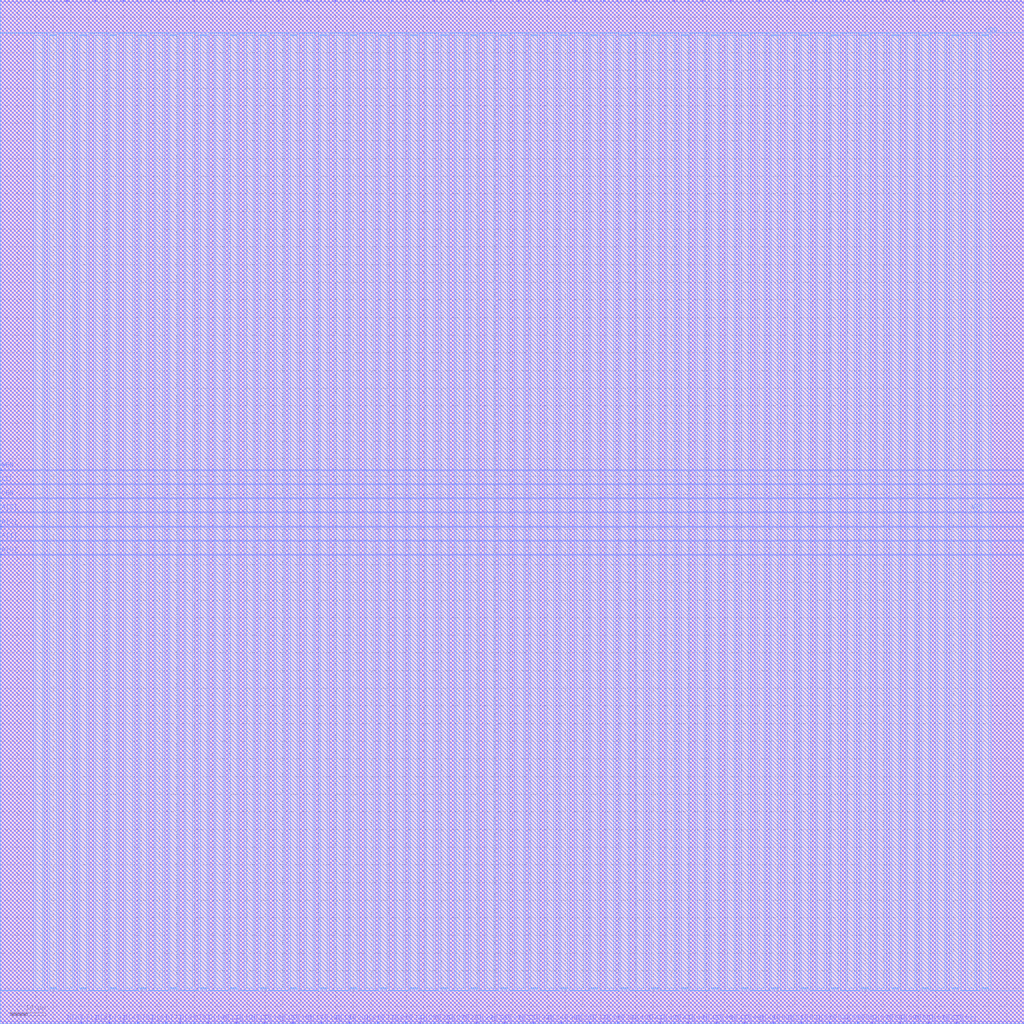
<source format=lef>
##
## LEF for PtnCells ;
## created by Innovus v15.23-s045_1 on Tue Mar 18 20:24:02 2025
##

VERSION 5.8 ;

BUSBITCHARS "[]" ;
DIVIDERCHAR "/" ;

MACRO sram_w16_64b
  CLASS BLOCK ;
  SIZE 290.0000 BY 290.0000 ;
  FOREIGN sram_w16_64b 0.0000 0.0000 ;
  ORIGIN 0 0 ;
  SYMMETRY X Y R90 ;
  PIN CLK
    DIRECTION INPUT ;
    USE SIGNAL ;
    PORT
      LAYER M3 ;
        RECT 0.0000 152.7500 0.5200 152.8500 ;
    END
  END CLK
  PIN D[63]
    DIRECTION INPUT ;
    USE SIGNAL ;
    PORT
      LAYER M2 ;
        RECT 270.8500 0.0000 270.9500 0.5200 ;
    END
  END D[63]
  PIN D[62]
    DIRECTION INPUT ;
    USE SIGNAL ;
    PORT
      LAYER M2 ;
        RECT 266.8500 0.0000 266.9500 0.5200 ;
    END
  END D[62]
  PIN D[61]
    DIRECTION INPUT ;
    USE SIGNAL ;
    PORT
      LAYER M2 ;
        RECT 262.8500 0.0000 262.9500 0.5200 ;
    END
  END D[61]
  PIN D[60]
    DIRECTION INPUT ;
    USE SIGNAL ;
    PORT
      LAYER M2 ;
        RECT 258.8500 0.0000 258.9500 0.5200 ;
    END
  END D[60]
  PIN D[59]
    DIRECTION INPUT ;
    USE SIGNAL ;
    PORT
      LAYER M2 ;
        RECT 254.8500 0.0000 254.9500 0.5200 ;
    END
  END D[59]
  PIN D[58]
    DIRECTION INPUT ;
    USE SIGNAL ;
    PORT
      LAYER M2 ;
        RECT 250.8500 0.0000 250.9500 0.5200 ;
    END
  END D[58]
  PIN D[57]
    DIRECTION INPUT ;
    USE SIGNAL ;
    PORT
      LAYER M2 ;
        RECT 246.8500 0.0000 246.9500 0.5200 ;
    END
  END D[57]
  PIN D[56]
    DIRECTION INPUT ;
    USE SIGNAL ;
    PORT
      LAYER M2 ;
        RECT 242.8500 0.0000 242.9500 0.5200 ;
    END
  END D[56]
  PIN D[55]
    DIRECTION INPUT ;
    USE SIGNAL ;
    PORT
      LAYER M2 ;
        RECT 238.8500 0.0000 238.9500 0.5200 ;
    END
  END D[55]
  PIN D[54]
    DIRECTION INPUT ;
    USE SIGNAL ;
    PORT
      LAYER M2 ;
        RECT 234.8500 0.0000 234.9500 0.5200 ;
    END
  END D[54]
  PIN D[53]
    DIRECTION INPUT ;
    USE SIGNAL ;
    PORT
      LAYER M2 ;
        RECT 230.8500 0.0000 230.9500 0.5200 ;
    END
  END D[53]
  PIN D[52]
    DIRECTION INPUT ;
    USE SIGNAL ;
    PORT
      LAYER M2 ;
        RECT 226.8500 0.0000 226.9500 0.5200 ;
    END
  END D[52]
  PIN D[51]
    DIRECTION INPUT ;
    USE SIGNAL ;
    PORT
      LAYER M2 ;
        RECT 222.8500 0.0000 222.9500 0.5200 ;
    END
  END D[51]
  PIN D[50]
    DIRECTION INPUT ;
    USE SIGNAL ;
    PORT
      LAYER M2 ;
        RECT 218.8500 0.0000 218.9500 0.5200 ;
    END
  END D[50]
  PIN D[49]
    DIRECTION INPUT ;
    USE SIGNAL ;
    PORT
      LAYER M2 ;
        RECT 214.8500 0.0000 214.9500 0.5200 ;
    END
  END D[49]
  PIN D[48]
    DIRECTION INPUT ;
    USE SIGNAL ;
    PORT
      LAYER M2 ;
        RECT 210.8500 0.0000 210.9500 0.5200 ;
    END
  END D[48]
  PIN D[47]
    DIRECTION INPUT ;
    USE SIGNAL ;
    PORT
      LAYER M2 ;
        RECT 206.8500 0.0000 206.9500 0.5200 ;
    END
  END D[47]
  PIN D[46]
    DIRECTION INPUT ;
    USE SIGNAL ;
    PORT
      LAYER M2 ;
        RECT 202.8500 0.0000 202.9500 0.5200 ;
    END
  END D[46]
  PIN D[45]
    DIRECTION INPUT ;
    USE SIGNAL ;
    PORT
      LAYER M2 ;
        RECT 198.8500 0.0000 198.9500 0.5200 ;
    END
  END D[45]
  PIN D[44]
    DIRECTION INPUT ;
    USE SIGNAL ;
    PORT
      LAYER M2 ;
        RECT 194.8500 0.0000 194.9500 0.5200 ;
    END
  END D[44]
  PIN D[43]
    DIRECTION INPUT ;
    USE SIGNAL ;
    PORT
      LAYER M2 ;
        RECT 190.8500 0.0000 190.9500 0.5200 ;
    END
  END D[43]
  PIN D[42]
    DIRECTION INPUT ;
    USE SIGNAL ;
    PORT
      LAYER M2 ;
        RECT 186.8500 0.0000 186.9500 0.5200 ;
    END
  END D[42]
  PIN D[41]
    DIRECTION INPUT ;
    USE SIGNAL ;
    PORT
      LAYER M2 ;
        RECT 182.8500 0.0000 182.9500 0.5200 ;
    END
  END D[41]
  PIN D[40]
    DIRECTION INPUT ;
    USE SIGNAL ;
    PORT
      LAYER M2 ;
        RECT 178.8500 0.0000 178.9500 0.5200 ;
    END
  END D[40]
  PIN D[39]
    DIRECTION INPUT ;
    USE SIGNAL ;
    PORT
      LAYER M2 ;
        RECT 174.8500 0.0000 174.9500 0.5200 ;
    END
  END D[39]
  PIN D[38]
    DIRECTION INPUT ;
    USE SIGNAL ;
    PORT
      LAYER M2 ;
        RECT 170.8500 0.0000 170.9500 0.5200 ;
    END
  END D[38]
  PIN D[37]
    DIRECTION INPUT ;
    USE SIGNAL ;
    PORT
      LAYER M2 ;
        RECT 166.8500 0.0000 166.9500 0.5200 ;
    END
  END D[37]
  PIN D[36]
    DIRECTION INPUT ;
    USE SIGNAL ;
    PORT
      LAYER M2 ;
        RECT 162.8500 0.0000 162.9500 0.5200 ;
    END
  END D[36]
  PIN D[35]
    DIRECTION INPUT ;
    USE SIGNAL ;
    PORT
      LAYER M2 ;
        RECT 158.8500 0.0000 158.9500 0.5200 ;
    END
  END D[35]
  PIN D[34]
    DIRECTION INPUT ;
    USE SIGNAL ;
    PORT
      LAYER M2 ;
        RECT 154.8500 0.0000 154.9500 0.5200 ;
    END
  END D[34]
  PIN D[33]
    DIRECTION INPUT ;
    USE SIGNAL ;
    PORT
      LAYER M2 ;
        RECT 150.8500 0.0000 150.9500 0.5200 ;
    END
  END D[33]
  PIN D[32]
    DIRECTION INPUT ;
    USE SIGNAL ;
    PORT
      LAYER M2 ;
        RECT 146.8500 0.0000 146.9500 0.5200 ;
    END
  END D[32]
  PIN D[31]
    DIRECTION INPUT ;
    USE SIGNAL ;
    PORT
      LAYER M2 ;
        RECT 142.8500 0.0000 142.9500 0.5200 ;
    END
  END D[31]
  PIN D[30]
    DIRECTION INPUT ;
    USE SIGNAL ;
    PORT
      LAYER M2 ;
        RECT 138.8500 0.0000 138.9500 0.5200 ;
    END
  END D[30]
  PIN D[29]
    DIRECTION INPUT ;
    USE SIGNAL ;
    PORT
      LAYER M2 ;
        RECT 134.8500 0.0000 134.9500 0.5200 ;
    END
  END D[29]
  PIN D[28]
    DIRECTION INPUT ;
    USE SIGNAL ;
    PORT
      LAYER M2 ;
        RECT 130.8500 0.0000 130.9500 0.5200 ;
    END
  END D[28]
  PIN D[27]
    DIRECTION INPUT ;
    USE SIGNAL ;
    PORT
      LAYER M2 ;
        RECT 126.8500 0.0000 126.9500 0.5200 ;
    END
  END D[27]
  PIN D[26]
    DIRECTION INPUT ;
    USE SIGNAL ;
    PORT
      LAYER M2 ;
        RECT 122.8500 0.0000 122.9500 0.5200 ;
    END
  END D[26]
  PIN D[25]
    DIRECTION INPUT ;
    USE SIGNAL ;
    PORT
      LAYER M2 ;
        RECT 118.8500 0.0000 118.9500 0.5200 ;
    END
  END D[25]
  PIN D[24]
    DIRECTION INPUT ;
    USE SIGNAL ;
    PORT
      LAYER M2 ;
        RECT 114.8500 0.0000 114.9500 0.5200 ;
    END
  END D[24]
  PIN D[23]
    DIRECTION INPUT ;
    USE SIGNAL ;
    PORT
      LAYER M2 ;
        RECT 110.8500 0.0000 110.9500 0.5200 ;
    END
  END D[23]
  PIN D[22]
    DIRECTION INPUT ;
    USE SIGNAL ;
    PORT
      LAYER M2 ;
        RECT 106.8500 0.0000 106.9500 0.5200 ;
    END
  END D[22]
  PIN D[21]
    DIRECTION INPUT ;
    USE SIGNAL ;
    PORT
      LAYER M2 ;
        RECT 102.8500 0.0000 102.9500 0.5200 ;
    END
  END D[21]
  PIN D[20]
    DIRECTION INPUT ;
    USE SIGNAL ;
    PORT
      LAYER M2 ;
        RECT 98.8500 0.0000 98.9500 0.5200 ;
    END
  END D[20]
  PIN D[19]
    DIRECTION INPUT ;
    USE SIGNAL ;
    PORT
      LAYER M2 ;
        RECT 94.8500 0.0000 94.9500 0.5200 ;
    END
  END D[19]
  PIN D[18]
    DIRECTION INPUT ;
    USE SIGNAL ;
    PORT
      LAYER M2 ;
        RECT 90.8500 0.0000 90.9500 0.5200 ;
    END
  END D[18]
  PIN D[17]
    DIRECTION INPUT ;
    USE SIGNAL ;
    PORT
      LAYER M2 ;
        RECT 86.8500 0.0000 86.9500 0.5200 ;
    END
  END D[17]
  PIN D[16]
    DIRECTION INPUT ;
    USE SIGNAL ;
    PORT
      LAYER M2 ;
        RECT 82.8500 0.0000 82.9500 0.5200 ;
    END
  END D[16]
  PIN D[15]
    DIRECTION INPUT ;
    USE SIGNAL ;
    PORT
      LAYER M2 ;
        RECT 78.8500 0.0000 78.9500 0.5200 ;
    END
  END D[15]
  PIN D[14]
    DIRECTION INPUT ;
    USE SIGNAL ;
    PORT
      LAYER M2 ;
        RECT 74.8500 0.0000 74.9500 0.5200 ;
    END
  END D[14]
  PIN D[13]
    DIRECTION INPUT ;
    USE SIGNAL ;
    PORT
      LAYER M2 ;
        RECT 70.8500 0.0000 70.9500 0.5200 ;
    END
  END D[13]
  PIN D[12]
    DIRECTION INPUT ;
    USE SIGNAL ;
    PORT
      LAYER M2 ;
        RECT 66.8500 0.0000 66.9500 0.5200 ;
    END
  END D[12]
  PIN D[11]
    DIRECTION INPUT ;
    USE SIGNAL ;
    PORT
      LAYER M2 ;
        RECT 62.8500 0.0000 62.9500 0.5200 ;
    END
  END D[11]
  PIN D[10]
    DIRECTION INPUT ;
    USE SIGNAL ;
    PORT
      LAYER M2 ;
        RECT 58.8500 0.0000 58.9500 0.5200 ;
    END
  END D[10]
  PIN D[9]
    DIRECTION INPUT ;
    USE SIGNAL ;
    PORT
      LAYER M2 ;
        RECT 54.8500 0.0000 54.9500 0.5200 ;
    END
  END D[9]
  PIN D[8]
    DIRECTION INPUT ;
    USE SIGNAL ;
    PORT
      LAYER M2 ;
        RECT 50.8500 0.0000 50.9500 0.5200 ;
    END
  END D[8]
  PIN D[7]
    DIRECTION INPUT ;
    USE SIGNAL ;
    PORT
      LAYER M2 ;
        RECT 46.8500 0.0000 46.9500 0.5200 ;
    END
  END D[7]
  PIN D[6]
    DIRECTION INPUT ;
    USE SIGNAL ;
    PORT
      LAYER M2 ;
        RECT 42.8500 0.0000 42.9500 0.5200 ;
    END
  END D[6]
  PIN D[5]
    DIRECTION INPUT ;
    USE SIGNAL ;
    PORT
      LAYER M2 ;
        RECT 38.8500 0.0000 38.9500 0.5200 ;
    END
  END D[5]
  PIN D[4]
    DIRECTION INPUT ;
    USE SIGNAL ;
    PORT
      LAYER M2 ;
        RECT 34.8500 0.0000 34.9500 0.5200 ;
    END
  END D[4]
  PIN D[3]
    DIRECTION INPUT ;
    USE SIGNAL ;
    PORT
      LAYER M2 ;
        RECT 30.8500 0.0000 30.9500 0.5200 ;
    END
  END D[3]
  PIN D[2]
    DIRECTION INPUT ;
    USE SIGNAL ;
    PORT
      LAYER M2 ;
        RECT 26.8500 0.0000 26.9500 0.5200 ;
    END
  END D[2]
  PIN D[1]
    DIRECTION INPUT ;
    USE SIGNAL ;
    PORT
      LAYER M2 ;
        RECT 22.8500 0.0000 22.9500 0.5200 ;
    END
  END D[1]
  PIN D[0]
    DIRECTION INPUT ;
    USE SIGNAL ;
    PORT
      LAYER M2 ;
        RECT 18.8500 0.0000 18.9500 0.5200 ;
    END
  END D[0]
  PIN Q[63]
    DIRECTION OUTPUT ;
    USE SIGNAL ;
    PORT
      LAYER M2 ;
        RECT 270.8500 289.4800 270.9500 290.0000 ;
    END
  END Q[63]
  PIN Q[62]
    DIRECTION OUTPUT ;
    USE SIGNAL ;
    PORT
      LAYER M2 ;
        RECT 266.8500 289.4800 266.9500 290.0000 ;
    END
  END Q[62]
  PIN Q[61]
    DIRECTION OUTPUT ;
    USE SIGNAL ;
    PORT
      LAYER M2 ;
        RECT 262.8500 289.4800 262.9500 290.0000 ;
    END
  END Q[61]
  PIN Q[60]
    DIRECTION OUTPUT ;
    USE SIGNAL ;
    PORT
      LAYER M2 ;
        RECT 258.8500 289.4800 258.9500 290.0000 ;
    END
  END Q[60]
  PIN Q[59]
    DIRECTION OUTPUT ;
    USE SIGNAL ;
    PORT
      LAYER M2 ;
        RECT 254.8500 289.4800 254.9500 290.0000 ;
    END
  END Q[59]
  PIN Q[58]
    DIRECTION OUTPUT ;
    USE SIGNAL ;
    PORT
      LAYER M2 ;
        RECT 250.8500 289.4800 250.9500 290.0000 ;
    END
  END Q[58]
  PIN Q[57]
    DIRECTION OUTPUT ;
    USE SIGNAL ;
    PORT
      LAYER M2 ;
        RECT 246.8500 289.4800 246.9500 290.0000 ;
    END
  END Q[57]
  PIN Q[56]
    DIRECTION OUTPUT ;
    USE SIGNAL ;
    PORT
      LAYER M2 ;
        RECT 242.8500 289.4800 242.9500 290.0000 ;
    END
  END Q[56]
  PIN Q[55]
    DIRECTION OUTPUT ;
    USE SIGNAL ;
    PORT
      LAYER M2 ;
        RECT 238.8500 289.4800 238.9500 290.0000 ;
    END
  END Q[55]
  PIN Q[54]
    DIRECTION OUTPUT ;
    USE SIGNAL ;
    PORT
      LAYER M2 ;
        RECT 234.8500 289.4800 234.9500 290.0000 ;
    END
  END Q[54]
  PIN Q[53]
    DIRECTION OUTPUT ;
    USE SIGNAL ;
    PORT
      LAYER M2 ;
        RECT 230.8500 289.4800 230.9500 290.0000 ;
    END
  END Q[53]
  PIN Q[52]
    DIRECTION OUTPUT ;
    USE SIGNAL ;
    PORT
      LAYER M2 ;
        RECT 226.8500 289.4800 226.9500 290.0000 ;
    END
  END Q[52]
  PIN Q[51]
    DIRECTION OUTPUT ;
    USE SIGNAL ;
    PORT
      LAYER M2 ;
        RECT 222.8500 289.4800 222.9500 290.0000 ;
    END
  END Q[51]
  PIN Q[50]
    DIRECTION OUTPUT ;
    USE SIGNAL ;
    PORT
      LAYER M2 ;
        RECT 218.8500 289.4800 218.9500 290.0000 ;
    END
  END Q[50]
  PIN Q[49]
    DIRECTION OUTPUT ;
    USE SIGNAL ;
    PORT
      LAYER M2 ;
        RECT 214.8500 289.4800 214.9500 290.0000 ;
    END
  END Q[49]
  PIN Q[48]
    DIRECTION OUTPUT ;
    USE SIGNAL ;
    PORT
      LAYER M2 ;
        RECT 210.8500 289.4800 210.9500 290.0000 ;
    END
  END Q[48]
  PIN Q[47]
    DIRECTION OUTPUT ;
    USE SIGNAL ;
    PORT
      LAYER M2 ;
        RECT 206.8500 289.4800 206.9500 290.0000 ;
    END
  END Q[47]
  PIN Q[46]
    DIRECTION OUTPUT ;
    USE SIGNAL ;
    PORT
      LAYER M2 ;
        RECT 202.8500 289.4800 202.9500 290.0000 ;
    END
  END Q[46]
  PIN Q[45]
    DIRECTION OUTPUT ;
    USE SIGNAL ;
    PORT
      LAYER M2 ;
        RECT 198.8500 289.4800 198.9500 290.0000 ;
    END
  END Q[45]
  PIN Q[44]
    DIRECTION OUTPUT ;
    USE SIGNAL ;
    PORT
      LAYER M2 ;
        RECT 194.8500 289.4800 194.9500 290.0000 ;
    END
  END Q[44]
  PIN Q[43]
    DIRECTION OUTPUT ;
    USE SIGNAL ;
    PORT
      LAYER M2 ;
        RECT 190.8500 289.4800 190.9500 290.0000 ;
    END
  END Q[43]
  PIN Q[42]
    DIRECTION OUTPUT ;
    USE SIGNAL ;
    PORT
      LAYER M2 ;
        RECT 186.8500 289.4800 186.9500 290.0000 ;
    END
  END Q[42]
  PIN Q[41]
    DIRECTION OUTPUT ;
    USE SIGNAL ;
    PORT
      LAYER M2 ;
        RECT 182.8500 289.4800 182.9500 290.0000 ;
    END
  END Q[41]
  PIN Q[40]
    DIRECTION OUTPUT ;
    USE SIGNAL ;
    PORT
      LAYER M2 ;
        RECT 178.8500 289.4800 178.9500 290.0000 ;
    END
  END Q[40]
  PIN Q[39]
    DIRECTION OUTPUT ;
    USE SIGNAL ;
    PORT
      LAYER M2 ;
        RECT 174.8500 289.4800 174.9500 290.0000 ;
    END
  END Q[39]
  PIN Q[38]
    DIRECTION OUTPUT ;
    USE SIGNAL ;
    PORT
      LAYER M2 ;
        RECT 170.8500 289.4800 170.9500 290.0000 ;
    END
  END Q[38]
  PIN Q[37]
    DIRECTION OUTPUT ;
    USE SIGNAL ;
    PORT
      LAYER M2 ;
        RECT 166.8500 289.4800 166.9500 290.0000 ;
    END
  END Q[37]
  PIN Q[36]
    DIRECTION OUTPUT ;
    USE SIGNAL ;
    PORT
      LAYER M2 ;
        RECT 162.8500 289.4800 162.9500 290.0000 ;
    END
  END Q[36]
  PIN Q[35]
    DIRECTION OUTPUT ;
    USE SIGNAL ;
    PORT
      LAYER M2 ;
        RECT 158.8500 289.4800 158.9500 290.0000 ;
    END
  END Q[35]
  PIN Q[34]
    DIRECTION OUTPUT ;
    USE SIGNAL ;
    PORT
      LAYER M2 ;
        RECT 154.8500 289.4800 154.9500 290.0000 ;
    END
  END Q[34]
  PIN Q[33]
    DIRECTION OUTPUT ;
    USE SIGNAL ;
    PORT
      LAYER M2 ;
        RECT 150.8500 289.4800 150.9500 290.0000 ;
    END
  END Q[33]
  PIN Q[32]
    DIRECTION OUTPUT ;
    USE SIGNAL ;
    PORT
      LAYER M2 ;
        RECT 146.8500 289.4800 146.9500 290.0000 ;
    END
  END Q[32]
  PIN Q[31]
    DIRECTION OUTPUT ;
    USE SIGNAL ;
    PORT
      LAYER M2 ;
        RECT 142.8500 289.4800 142.9500 290.0000 ;
    END
  END Q[31]
  PIN Q[30]
    DIRECTION OUTPUT ;
    USE SIGNAL ;
    PORT
      LAYER M2 ;
        RECT 138.8500 289.4800 138.9500 290.0000 ;
    END
  END Q[30]
  PIN Q[29]
    DIRECTION OUTPUT ;
    USE SIGNAL ;
    PORT
      LAYER M2 ;
        RECT 134.8500 289.4800 134.9500 290.0000 ;
    END
  END Q[29]
  PIN Q[28]
    DIRECTION OUTPUT ;
    USE SIGNAL ;
    PORT
      LAYER M2 ;
        RECT 130.8500 289.4800 130.9500 290.0000 ;
    END
  END Q[28]
  PIN Q[27]
    DIRECTION OUTPUT ;
    USE SIGNAL ;
    PORT
      LAYER M2 ;
        RECT 126.8500 289.4800 126.9500 290.0000 ;
    END
  END Q[27]
  PIN Q[26]
    DIRECTION OUTPUT ;
    USE SIGNAL ;
    PORT
      LAYER M2 ;
        RECT 122.8500 289.4800 122.9500 290.0000 ;
    END
  END Q[26]
  PIN Q[25]
    DIRECTION OUTPUT ;
    USE SIGNAL ;
    PORT
      LAYER M2 ;
        RECT 118.8500 289.4800 118.9500 290.0000 ;
    END
  END Q[25]
  PIN Q[24]
    DIRECTION OUTPUT ;
    USE SIGNAL ;
    PORT
      LAYER M2 ;
        RECT 114.8500 289.4800 114.9500 290.0000 ;
    END
  END Q[24]
  PIN Q[23]
    DIRECTION OUTPUT ;
    USE SIGNAL ;
    PORT
      LAYER M2 ;
        RECT 110.8500 289.4800 110.9500 290.0000 ;
    END
  END Q[23]
  PIN Q[22]
    DIRECTION OUTPUT ;
    USE SIGNAL ;
    PORT
      LAYER M2 ;
        RECT 106.8500 289.4800 106.9500 290.0000 ;
    END
  END Q[22]
  PIN Q[21]
    DIRECTION OUTPUT ;
    USE SIGNAL ;
    PORT
      LAYER M2 ;
        RECT 102.8500 289.4800 102.9500 290.0000 ;
    END
  END Q[21]
  PIN Q[20]
    DIRECTION OUTPUT ;
    USE SIGNAL ;
    PORT
      LAYER M2 ;
        RECT 98.8500 289.4800 98.9500 290.0000 ;
    END
  END Q[20]
  PIN Q[19]
    DIRECTION OUTPUT ;
    USE SIGNAL ;
    PORT
      LAYER M2 ;
        RECT 94.8500 289.4800 94.9500 290.0000 ;
    END
  END Q[19]
  PIN Q[18]
    DIRECTION OUTPUT ;
    USE SIGNAL ;
    PORT
      LAYER M2 ;
        RECT 90.8500 289.4800 90.9500 290.0000 ;
    END
  END Q[18]
  PIN Q[17]
    DIRECTION OUTPUT ;
    USE SIGNAL ;
    PORT
      LAYER M2 ;
        RECT 86.8500 289.4800 86.9500 290.0000 ;
    END
  END Q[17]
  PIN Q[16]
    DIRECTION OUTPUT ;
    USE SIGNAL ;
    PORT
      LAYER M2 ;
        RECT 82.8500 289.4800 82.9500 290.0000 ;
    END
  END Q[16]
  PIN Q[15]
    DIRECTION OUTPUT ;
    USE SIGNAL ;
    PORT
      LAYER M2 ;
        RECT 78.8500 289.4800 78.9500 290.0000 ;
    END
  END Q[15]
  PIN Q[14]
    DIRECTION OUTPUT ;
    USE SIGNAL ;
    PORT
      LAYER M2 ;
        RECT 74.8500 289.4800 74.9500 290.0000 ;
    END
  END Q[14]
  PIN Q[13]
    DIRECTION OUTPUT ;
    USE SIGNAL ;
    PORT
      LAYER M2 ;
        RECT 70.8500 289.4800 70.9500 290.0000 ;
    END
  END Q[13]
  PIN Q[12]
    DIRECTION OUTPUT ;
    USE SIGNAL ;
    PORT
      LAYER M2 ;
        RECT 66.8500 289.4800 66.9500 290.0000 ;
    END
  END Q[12]
  PIN Q[11]
    DIRECTION OUTPUT ;
    USE SIGNAL ;
    PORT
      LAYER M2 ;
        RECT 62.8500 289.4800 62.9500 290.0000 ;
    END
  END Q[11]
  PIN Q[10]
    DIRECTION OUTPUT ;
    USE SIGNAL ;
    PORT
      LAYER M2 ;
        RECT 58.8500 289.4800 58.9500 290.0000 ;
    END
  END Q[10]
  PIN Q[9]
    DIRECTION OUTPUT ;
    USE SIGNAL ;
    PORT
      LAYER M2 ;
        RECT 54.8500 289.4800 54.9500 290.0000 ;
    END
  END Q[9]
  PIN Q[8]
    DIRECTION OUTPUT ;
    USE SIGNAL ;
    PORT
      LAYER M2 ;
        RECT 50.8500 289.4800 50.9500 290.0000 ;
    END
  END Q[8]
  PIN Q[7]
    DIRECTION OUTPUT ;
    USE SIGNAL ;
    PORT
      LAYER M2 ;
        RECT 46.8500 289.4800 46.9500 290.0000 ;
    END
  END Q[7]
  PIN Q[6]
    DIRECTION OUTPUT ;
    USE SIGNAL ;
    PORT
      LAYER M2 ;
        RECT 42.8500 289.4800 42.9500 290.0000 ;
    END
  END Q[6]
  PIN Q[5]
    DIRECTION OUTPUT ;
    USE SIGNAL ;
    PORT
      LAYER M2 ;
        RECT 38.8500 289.4800 38.9500 290.0000 ;
    END
  END Q[5]
  PIN Q[4]
    DIRECTION OUTPUT ;
    USE SIGNAL ;
    PORT
      LAYER M2 ;
        RECT 34.8500 289.4800 34.9500 290.0000 ;
    END
  END Q[4]
  PIN Q[3]
    DIRECTION OUTPUT ;
    USE SIGNAL ;
    PORT
      LAYER M2 ;
        RECT 30.8500 289.4800 30.9500 290.0000 ;
    END
  END Q[3]
  PIN Q[2]
    DIRECTION OUTPUT ;
    USE SIGNAL ;
    PORT
      LAYER M2 ;
        RECT 26.8500 289.4800 26.9500 290.0000 ;
    END
  END Q[2]
  PIN Q[1]
    DIRECTION OUTPUT ;
    USE SIGNAL ;
    PORT
      LAYER M2 ;
        RECT 22.8500 289.4800 22.9500 290.0000 ;
    END
  END Q[1]
  PIN Q[0]
    DIRECTION OUTPUT ;
    USE SIGNAL ;
    PORT
      LAYER M2 ;
        RECT 18.8500 289.4800 18.9500 290.0000 ;
    END
  END Q[0]
  PIN CEN
    DIRECTION INPUT ;
    USE SIGNAL ;
    PORT
      LAYER M3 ;
        RECT 0.0000 148.7500 0.5200 148.8500 ;
    END
  END CEN
  PIN WEN
    DIRECTION INPUT ;
    USE SIGNAL ;
    PORT
      LAYER M3 ;
        RECT 0.0000 156.7500 0.5200 156.8500 ;
    END
  END WEN
  PIN A[3]
    DIRECTION INPUT ;
    USE SIGNAL ;
    PORT
      LAYER M3 ;
        RECT 0.0000 144.7500 0.5200 144.8500 ;
    END
  END A[3]
  PIN A[2]
    DIRECTION INPUT ;
    USE SIGNAL ;
    PORT
      LAYER M3 ;
        RECT 0.0000 140.7500 0.5200 140.8500 ;
    END
  END A[2]
  PIN A[1]
    DIRECTION INPUT ;
    USE SIGNAL ;
    PORT
      LAYER M3 ;
        RECT 0.0000 136.7500 0.5200 136.8500 ;
    END
  END A[1]
  PIN A[0]
    DIRECTION INPUT ;
    USE SIGNAL ;
    PORT
      LAYER M3 ;
        RECT 0.0000 132.7500 0.5200 132.8500 ;
    END
  END A[0]
  PIN VSS
    DIRECTION INOUT ;
    USE GROUND ;

# P/G power stripe data as pin
    PORT
      LAYER M4 ;
        RECT 35.5450 10.0000 37.5450 280.0000 ;
        RECT 27.0300 10.0000 29.0300 280.0000 ;
        RECT 18.5150 10.0000 20.5150 280.0000 ;
        RECT 10.0000 10.0000 12.0000 280.0000 ;
        RECT 52.5750 10.0000 54.5750 280.0000 ;
        RECT 44.0600 10.0000 46.0600 280.0000 ;
        RECT 61.0900 10.0000 63.0900 280.0000 ;
        RECT 69.6050 10.0000 71.6050 280.0000 ;
        RECT 78.1200 10.0000 80.1200 280.0000 ;
        RECT 86.6350 10.0000 88.6350 280.0000 ;
        RECT 95.1500 10.0000 97.1500 280.0000 ;
        RECT 103.6650 10.0000 105.6650 280.0000 ;
        RECT 112.1800 10.0000 114.1800 280.0000 ;
        RECT 120.6950 10.0000 122.6950 280.0000 ;
        RECT 129.2100 10.0000 131.2100 280.0000 ;
        RECT 137.7250 10.0000 139.7250 280.0000 ;
        RECT 180.3000 10.0000 182.3000 280.0000 ;
        RECT 146.2400 10.0000 148.2400 280.0000 ;
        RECT 154.7550 10.0000 156.7550 280.0000 ;
        RECT 163.2700 10.0000 165.2700 280.0000 ;
        RECT 171.7850 10.0000 173.7850 280.0000 ;
        RECT 188.8150 10.0000 190.8150 280.0000 ;
        RECT 197.3300 10.0000 199.3300 280.0000 ;
        RECT 205.8450 10.0000 207.8450 280.0000 ;
        RECT 214.3600 10.0000 216.3600 280.0000 ;
        RECT 222.8750 10.0000 224.8750 280.0000 ;
        RECT 231.3900 10.0000 233.3900 280.0000 ;
        RECT 239.9050 10.0000 241.9050 280.0000 ;
        RECT 248.4200 10.0000 250.4200 280.0000 ;
        RECT 265.4500 10.0000 267.4500 280.0000 ;
        RECT 256.9350 10.0000 258.9350 280.0000 ;
        RECT 273.9650 10.0000 275.9650 280.0000 ;
    END
# end of P/G power stripe data as pin

  END VSS
  PIN VDD
    DIRECTION INOUT ;
    USE POWER ;

# P/G power stripe data as pin
    PORT
      LAYER M4 ;
        RECT 14.0000 10.0000 16.0000 280.0000 ;
        RECT 22.5150 10.0000 24.5150 280.0000 ;
        RECT 31.0300 10.0000 33.0300 280.0000 ;
        RECT 48.0600 10.0000 50.0600 280.0000 ;
        RECT 39.5450 10.0000 41.5450 280.0000 ;
        RECT 65.0900 10.0000 67.0900 280.0000 ;
        RECT 56.5750 10.0000 58.5750 280.0000 ;
        RECT 107.6650 10.0000 109.6650 280.0000 ;
        RECT 82.1200 10.0000 84.1200 280.0000 ;
        RECT 73.6050 10.0000 75.6050 280.0000 ;
        RECT 99.1500 10.0000 101.1500 280.0000 ;
        RECT 90.6350 10.0000 92.6350 280.0000 ;
        RECT 124.6950 10.0000 126.6950 280.0000 ;
        RECT 116.1800 10.0000 118.1800 280.0000 ;
        RECT 133.2100 10.0000 135.2100 280.0000 ;
        RECT 141.7250 10.0000 143.7250 280.0000 ;
        RECT 158.7550 10.0000 160.7550 280.0000 ;
        RECT 150.2400 10.0000 152.2400 280.0000 ;
        RECT 175.7850 10.0000 177.7850 280.0000 ;
        RECT 167.2700 10.0000 169.2700 280.0000 ;
        RECT 192.8150 10.0000 194.8150 280.0000 ;
        RECT 184.3000 10.0000 186.3000 280.0000 ;
        RECT 209.8450 10.0000 211.8450 280.0000 ;
        RECT 201.3300 10.0000 203.3300 280.0000 ;
        RECT 252.4200 10.0000 254.4200 280.0000 ;
        RECT 235.3900 10.0000 237.3900 280.0000 ;
        RECT 226.8750 10.0000 228.8750 280.0000 ;
        RECT 218.3600 10.0000 220.3600 280.0000 ;
        RECT 243.9050 10.0000 245.9050 280.0000 ;
        RECT 277.9650 10.0000 279.9650 280.0000 ;
        RECT 269.4500 10.0000 271.4500 280.0000 ;
        RECT 260.9350 10.0000 262.9350 280.0000 ;
        RECT 14.0000 9.8350 16.0000 10.1650 ;
        RECT 22.5150 9.8350 24.5150 10.1650 ;
        RECT 31.0300 9.8350 33.0300 10.1650 ;
        RECT 39.5450 9.8350 41.5450 10.1650 ;
        RECT 48.0600 9.8350 50.0600 10.1650 ;
        RECT 56.5750 9.8350 58.5750 10.1650 ;
        RECT 65.0900 9.8350 67.0900 10.1650 ;
        RECT 107.6650 9.8350 109.6650 10.1650 ;
        RECT 73.6050 9.8350 75.6050 10.1650 ;
        RECT 82.1200 9.8350 84.1200 10.1650 ;
        RECT 99.1500 9.8350 101.1500 10.1650 ;
        RECT 90.6350 9.8350 92.6350 10.1650 ;
        RECT 116.1800 9.8350 118.1800 10.1650 ;
        RECT 124.6950 9.8350 126.6950 10.1650 ;
        RECT 133.2100 9.8350 135.2100 10.1650 ;
        RECT 141.7250 9.8350 143.7250 10.1650 ;
        RECT 150.2400 9.8350 152.2400 10.1650 ;
        RECT 158.7550 9.8350 160.7550 10.1650 ;
        RECT 167.2700 9.8350 169.2700 10.1650 ;
        RECT 175.7850 9.8350 177.7850 10.1650 ;
        RECT 184.3000 9.8350 186.3000 10.1650 ;
        RECT 192.8150 9.8350 194.8150 10.1650 ;
        RECT 201.3300 9.8350 203.3300 10.1650 ;
        RECT 209.8450 9.8350 211.8450 10.1650 ;
        RECT 252.4200 9.8350 254.4200 10.1650 ;
        RECT 235.3900 9.8350 237.3900 10.1650 ;
        RECT 218.3600 9.8350 220.3600 10.1650 ;
        RECT 226.8750 9.8350 228.8750 10.1650 ;
        RECT 243.9050 9.8350 245.9050 10.1650 ;
        RECT 260.9350 9.8350 262.9350 10.1650 ;
        RECT 269.4500 9.8350 271.4500 10.1650 ;
        RECT 277.9650 9.8350 279.9650 10.1650 ;
        RECT 14.0000 279.8350 16.0000 280.1650 ;
        RECT 22.5150 279.8350 24.5150 280.1650 ;
        RECT 31.0300 279.8350 33.0300 280.1650 ;
        RECT 39.5450 279.8350 41.5450 280.1650 ;
        RECT 48.0600 279.8350 50.0600 280.1650 ;
        RECT 56.5750 279.8350 58.5750 280.1650 ;
        RECT 65.0900 279.8350 67.0900 280.1650 ;
        RECT 107.6650 279.8350 109.6650 280.1650 ;
        RECT 73.6050 279.8350 75.6050 280.1650 ;
        RECT 82.1200 279.8350 84.1200 280.1650 ;
        RECT 99.1500 279.8350 101.1500 280.1650 ;
        RECT 90.6350 279.8350 92.6350 280.1650 ;
        RECT 116.1800 279.8350 118.1800 280.1650 ;
        RECT 124.6950 279.8350 126.6950 280.1650 ;
        RECT 133.2100 279.8350 135.2100 280.1650 ;
        RECT 141.7250 279.8350 143.7250 280.1650 ;
        RECT 150.2400 279.8350 152.2400 280.1650 ;
        RECT 158.7550 279.8350 160.7550 280.1650 ;
        RECT 167.2700 279.8350 169.2700 280.1650 ;
        RECT 175.7850 279.8350 177.7850 280.1650 ;
        RECT 184.3000 279.8350 186.3000 280.1650 ;
        RECT 192.8150 279.8350 194.8150 280.1650 ;
        RECT 201.3300 279.8350 203.3300 280.1650 ;
        RECT 209.8450 279.8350 211.8450 280.1650 ;
        RECT 252.4200 279.8350 254.4200 280.1650 ;
        RECT 235.3900 279.8350 237.3900 280.1650 ;
        RECT 218.3600 279.8350 220.3600 280.1650 ;
        RECT 226.8750 279.8350 228.8750 280.1650 ;
        RECT 243.9050 279.8350 245.9050 280.1650 ;
        RECT 260.9350 279.8350 262.9350 280.1650 ;
        RECT 269.4500 279.8350 271.4500 280.1650 ;
        RECT 277.9650 279.8350 279.9650 280.1650 ;
    END
# end of P/G power stripe data as pin

  END VDD
  OBS
    LAYER M1 ;
      RECT 0.0000 0.0000 290.0000 290.0000 ;
    LAYER M2 ;
      RECT 271.0500 289.3800 290.0000 290.0000 ;
      RECT 267.0500 289.3800 270.7500 290.0000 ;
      RECT 263.0500 289.3800 266.7500 290.0000 ;
      RECT 259.0500 289.3800 262.7500 290.0000 ;
      RECT 255.0500 289.3800 258.7500 290.0000 ;
      RECT 251.0500 289.3800 254.7500 290.0000 ;
      RECT 247.0500 289.3800 250.7500 290.0000 ;
      RECT 243.0500 289.3800 246.7500 290.0000 ;
      RECT 239.0500 289.3800 242.7500 290.0000 ;
      RECT 235.0500 289.3800 238.7500 290.0000 ;
      RECT 231.0500 289.3800 234.7500 290.0000 ;
      RECT 227.0500 289.3800 230.7500 290.0000 ;
      RECT 223.0500 289.3800 226.7500 290.0000 ;
      RECT 219.0500 289.3800 222.7500 290.0000 ;
      RECT 215.0500 289.3800 218.7500 290.0000 ;
      RECT 211.0500 289.3800 214.7500 290.0000 ;
      RECT 207.0500 289.3800 210.7500 290.0000 ;
      RECT 203.0500 289.3800 206.7500 290.0000 ;
      RECT 199.0500 289.3800 202.7500 290.0000 ;
      RECT 195.0500 289.3800 198.7500 290.0000 ;
      RECT 191.0500 289.3800 194.7500 290.0000 ;
      RECT 187.0500 289.3800 190.7500 290.0000 ;
      RECT 183.0500 289.3800 186.7500 290.0000 ;
      RECT 179.0500 289.3800 182.7500 290.0000 ;
      RECT 175.0500 289.3800 178.7500 290.0000 ;
      RECT 171.0500 289.3800 174.7500 290.0000 ;
      RECT 167.0500 289.3800 170.7500 290.0000 ;
      RECT 163.0500 289.3800 166.7500 290.0000 ;
      RECT 159.0500 289.3800 162.7500 290.0000 ;
      RECT 155.0500 289.3800 158.7500 290.0000 ;
      RECT 151.0500 289.3800 154.7500 290.0000 ;
      RECT 147.0500 289.3800 150.7500 290.0000 ;
      RECT 143.0500 289.3800 146.7500 290.0000 ;
      RECT 139.0500 289.3800 142.7500 290.0000 ;
      RECT 135.0500 289.3800 138.7500 290.0000 ;
      RECT 131.0500 289.3800 134.7500 290.0000 ;
      RECT 127.0500 289.3800 130.7500 290.0000 ;
      RECT 123.0500 289.3800 126.7500 290.0000 ;
      RECT 119.0500 289.3800 122.7500 290.0000 ;
      RECT 115.0500 289.3800 118.7500 290.0000 ;
      RECT 111.0500 289.3800 114.7500 290.0000 ;
      RECT 107.0500 289.3800 110.7500 290.0000 ;
      RECT 103.0500 289.3800 106.7500 290.0000 ;
      RECT 99.0500 289.3800 102.7500 290.0000 ;
      RECT 95.0500 289.3800 98.7500 290.0000 ;
      RECT 91.0500 289.3800 94.7500 290.0000 ;
      RECT 87.0500 289.3800 90.7500 290.0000 ;
      RECT 83.0500 289.3800 86.7500 290.0000 ;
      RECT 79.0500 289.3800 82.7500 290.0000 ;
      RECT 75.0500 289.3800 78.7500 290.0000 ;
      RECT 71.0500 289.3800 74.7500 290.0000 ;
      RECT 67.0500 289.3800 70.7500 290.0000 ;
      RECT 63.0500 289.3800 66.7500 290.0000 ;
      RECT 59.0500 289.3800 62.7500 290.0000 ;
      RECT 55.0500 289.3800 58.7500 290.0000 ;
      RECT 51.0500 289.3800 54.7500 290.0000 ;
      RECT 47.0500 289.3800 50.7500 290.0000 ;
      RECT 43.0500 289.3800 46.7500 290.0000 ;
      RECT 39.0500 289.3800 42.7500 290.0000 ;
      RECT 35.0500 289.3800 38.7500 290.0000 ;
      RECT 31.0500 289.3800 34.7500 290.0000 ;
      RECT 27.0500 289.3800 30.7500 290.0000 ;
      RECT 23.0500 289.3800 26.7500 290.0000 ;
      RECT 19.0500 289.3800 22.7500 290.0000 ;
      RECT 0.0000 289.3800 18.7500 290.0000 ;
      RECT 0.0000 0.6200 290.0000 289.3800 ;
      RECT 271.0500 0.0000 290.0000 0.6200 ;
      RECT 267.0500 0.0000 270.7500 0.6200 ;
      RECT 263.0500 0.0000 266.7500 0.6200 ;
      RECT 259.0500 0.0000 262.7500 0.6200 ;
      RECT 255.0500 0.0000 258.7500 0.6200 ;
      RECT 251.0500 0.0000 254.7500 0.6200 ;
      RECT 247.0500 0.0000 250.7500 0.6200 ;
      RECT 243.0500 0.0000 246.7500 0.6200 ;
      RECT 239.0500 0.0000 242.7500 0.6200 ;
      RECT 235.0500 0.0000 238.7500 0.6200 ;
      RECT 231.0500 0.0000 234.7500 0.6200 ;
      RECT 227.0500 0.0000 230.7500 0.6200 ;
      RECT 223.0500 0.0000 226.7500 0.6200 ;
      RECT 219.0500 0.0000 222.7500 0.6200 ;
      RECT 215.0500 0.0000 218.7500 0.6200 ;
      RECT 211.0500 0.0000 214.7500 0.6200 ;
      RECT 207.0500 0.0000 210.7500 0.6200 ;
      RECT 203.0500 0.0000 206.7500 0.6200 ;
      RECT 199.0500 0.0000 202.7500 0.6200 ;
      RECT 195.0500 0.0000 198.7500 0.6200 ;
      RECT 191.0500 0.0000 194.7500 0.6200 ;
      RECT 187.0500 0.0000 190.7500 0.6200 ;
      RECT 183.0500 0.0000 186.7500 0.6200 ;
      RECT 179.0500 0.0000 182.7500 0.6200 ;
      RECT 175.0500 0.0000 178.7500 0.6200 ;
      RECT 171.0500 0.0000 174.7500 0.6200 ;
      RECT 167.0500 0.0000 170.7500 0.6200 ;
      RECT 163.0500 0.0000 166.7500 0.6200 ;
      RECT 159.0500 0.0000 162.7500 0.6200 ;
      RECT 155.0500 0.0000 158.7500 0.6200 ;
      RECT 151.0500 0.0000 154.7500 0.6200 ;
      RECT 147.0500 0.0000 150.7500 0.6200 ;
      RECT 143.0500 0.0000 146.7500 0.6200 ;
      RECT 139.0500 0.0000 142.7500 0.6200 ;
      RECT 135.0500 0.0000 138.7500 0.6200 ;
      RECT 131.0500 0.0000 134.7500 0.6200 ;
      RECT 127.0500 0.0000 130.7500 0.6200 ;
      RECT 123.0500 0.0000 126.7500 0.6200 ;
      RECT 119.0500 0.0000 122.7500 0.6200 ;
      RECT 115.0500 0.0000 118.7500 0.6200 ;
      RECT 111.0500 0.0000 114.7500 0.6200 ;
      RECT 107.0500 0.0000 110.7500 0.6200 ;
      RECT 103.0500 0.0000 106.7500 0.6200 ;
      RECT 99.0500 0.0000 102.7500 0.6200 ;
      RECT 95.0500 0.0000 98.7500 0.6200 ;
      RECT 91.0500 0.0000 94.7500 0.6200 ;
      RECT 87.0500 0.0000 90.7500 0.6200 ;
      RECT 83.0500 0.0000 86.7500 0.6200 ;
      RECT 79.0500 0.0000 82.7500 0.6200 ;
      RECT 75.0500 0.0000 78.7500 0.6200 ;
      RECT 71.0500 0.0000 74.7500 0.6200 ;
      RECT 67.0500 0.0000 70.7500 0.6200 ;
      RECT 63.0500 0.0000 66.7500 0.6200 ;
      RECT 59.0500 0.0000 62.7500 0.6200 ;
      RECT 55.0500 0.0000 58.7500 0.6200 ;
      RECT 51.0500 0.0000 54.7500 0.6200 ;
      RECT 47.0500 0.0000 50.7500 0.6200 ;
      RECT 43.0500 0.0000 46.7500 0.6200 ;
      RECT 39.0500 0.0000 42.7500 0.6200 ;
      RECT 35.0500 0.0000 38.7500 0.6200 ;
      RECT 31.0500 0.0000 34.7500 0.6200 ;
      RECT 27.0500 0.0000 30.7500 0.6200 ;
      RECT 23.0500 0.0000 26.7500 0.6200 ;
      RECT 19.0500 0.0000 22.7500 0.6200 ;
      RECT 0.0000 0.0000 18.7500 0.6200 ;
    LAYER M3 ;
      RECT 0.0000 156.9500 290.0000 290.0000 ;
      RECT 0.6200 156.6500 290.0000 156.9500 ;
      RECT 0.0000 152.9500 290.0000 156.6500 ;
      RECT 0.6200 152.6500 290.0000 152.9500 ;
      RECT 0.0000 148.9500 290.0000 152.6500 ;
      RECT 0.6200 148.6500 290.0000 148.9500 ;
      RECT 0.0000 144.9500 290.0000 148.6500 ;
      RECT 0.6200 144.6500 290.0000 144.9500 ;
      RECT 0.0000 140.9500 290.0000 144.6500 ;
      RECT 0.6200 140.6500 290.0000 140.9500 ;
      RECT 0.0000 136.9500 290.0000 140.6500 ;
      RECT 0.6200 136.6500 290.0000 136.9500 ;
      RECT 0.0000 132.9500 290.0000 136.6500 ;
      RECT 0.6200 132.6500 290.0000 132.9500 ;
      RECT 0.0000 0.0000 290.0000 132.6500 ;
    LAYER M4 ;
      RECT 0.0000 280.6650 290.0000 290.0000 ;
      RECT 271.9500 280.5000 277.4650 280.6650 ;
      RECT 263.4350 280.5000 268.9500 280.6650 ;
      RECT 254.9200 280.5000 260.4350 280.6650 ;
      RECT 246.4050 280.5000 251.9200 280.6650 ;
      RECT 237.8900 280.5000 243.4050 280.6650 ;
      RECT 229.3750 280.5000 234.8900 280.6650 ;
      RECT 220.8600 280.5000 226.3750 280.6650 ;
      RECT 212.3450 280.5000 217.8600 280.6650 ;
      RECT 203.8300 280.5000 209.3450 280.6650 ;
      RECT 195.3150 280.5000 200.8300 280.6650 ;
      RECT 186.8000 280.5000 192.3150 280.6650 ;
      RECT 178.2850 280.5000 183.8000 280.6650 ;
      RECT 169.7700 280.5000 175.2850 280.6650 ;
      RECT 161.2550 280.5000 166.7700 280.6650 ;
      RECT 152.7400 280.5000 158.2550 280.6650 ;
      RECT 144.2250 280.5000 149.7400 280.6650 ;
      RECT 135.7100 280.5000 141.2250 280.6650 ;
      RECT 127.1950 280.5000 132.7100 280.6650 ;
      RECT 118.6800 280.5000 124.1950 280.6650 ;
      RECT 110.1650 280.5000 115.6800 280.6650 ;
      RECT 101.6500 280.5000 107.1650 280.6650 ;
      RECT 93.1350 280.5000 98.6500 280.6650 ;
      RECT 84.6200 280.5000 90.1350 280.6650 ;
      RECT 76.1050 280.5000 81.6200 280.6650 ;
      RECT 67.5900 280.5000 73.1050 280.6650 ;
      RECT 59.0750 280.5000 64.5900 280.6650 ;
      RECT 50.5600 280.5000 56.0750 280.6650 ;
      RECT 42.0450 280.5000 47.5600 280.6650 ;
      RECT 33.5300 280.5000 39.0450 280.6650 ;
      RECT 25.0150 280.5000 30.5300 280.6650 ;
      RECT 16.5000 280.5000 22.0150 280.6650 ;
      RECT 0.0000 280.5000 13.5000 280.6650 ;
      RECT 276.4650 9.5000 277.4650 280.5000 ;
      RECT 271.9500 9.5000 273.4650 280.5000 ;
      RECT 267.9500 9.5000 268.9500 280.5000 ;
      RECT 263.4350 9.5000 264.9500 280.5000 ;
      RECT 259.4350 9.5000 260.4350 280.5000 ;
      RECT 254.9200 9.5000 256.4350 280.5000 ;
      RECT 250.9200 9.5000 251.9200 280.5000 ;
      RECT 246.4050 9.5000 247.9200 280.5000 ;
      RECT 242.4050 9.5000 243.4050 280.5000 ;
      RECT 237.8900 9.5000 239.4050 280.5000 ;
      RECT 233.8900 9.5000 234.8900 280.5000 ;
      RECT 229.3750 9.5000 230.8900 280.5000 ;
      RECT 225.3750 9.5000 226.3750 280.5000 ;
      RECT 220.8600 9.5000 222.3750 280.5000 ;
      RECT 216.8600 9.5000 217.8600 280.5000 ;
      RECT 212.3450 9.5000 213.8600 280.5000 ;
      RECT 208.3450 9.5000 209.3450 280.5000 ;
      RECT 203.8300 9.5000 205.3450 280.5000 ;
      RECT 199.8300 9.5000 200.8300 280.5000 ;
      RECT 195.3150 9.5000 196.8300 280.5000 ;
      RECT 191.3150 9.5000 192.3150 280.5000 ;
      RECT 186.8000 9.5000 188.3150 280.5000 ;
      RECT 182.8000 9.5000 183.8000 280.5000 ;
      RECT 178.2850 9.5000 179.8000 280.5000 ;
      RECT 174.2850 9.5000 175.2850 280.5000 ;
      RECT 169.7700 9.5000 171.2850 280.5000 ;
      RECT 165.7700 9.5000 166.7700 280.5000 ;
      RECT 161.2550 9.5000 162.7700 280.5000 ;
      RECT 157.2550 9.5000 158.2550 280.5000 ;
      RECT 152.7400 9.5000 154.2550 280.5000 ;
      RECT 148.7400 9.5000 149.7400 280.5000 ;
      RECT 144.2250 9.5000 145.7400 280.5000 ;
      RECT 140.2250 9.5000 141.2250 280.5000 ;
      RECT 135.7100 9.5000 137.2250 280.5000 ;
      RECT 131.7100 9.5000 132.7100 280.5000 ;
      RECT 127.1950 9.5000 128.7100 280.5000 ;
      RECT 123.1950 9.5000 124.1950 280.5000 ;
      RECT 118.6800 9.5000 120.1950 280.5000 ;
      RECT 114.6800 9.5000 115.6800 280.5000 ;
      RECT 110.1650 9.5000 111.6800 280.5000 ;
      RECT 106.1650 9.5000 107.1650 280.5000 ;
      RECT 101.6500 9.5000 103.1650 280.5000 ;
      RECT 97.6500 9.5000 98.6500 280.5000 ;
      RECT 93.1350 9.5000 94.6500 280.5000 ;
      RECT 89.1350 9.5000 90.1350 280.5000 ;
      RECT 84.6200 9.5000 86.1350 280.5000 ;
      RECT 80.6200 9.5000 81.6200 280.5000 ;
      RECT 76.1050 9.5000 77.6200 280.5000 ;
      RECT 72.1050 9.5000 73.1050 280.5000 ;
      RECT 67.5900 9.5000 69.1050 280.5000 ;
      RECT 63.5900 9.5000 64.5900 280.5000 ;
      RECT 59.0750 9.5000 60.5900 280.5000 ;
      RECT 55.0750 9.5000 56.0750 280.5000 ;
      RECT 50.5600 9.5000 52.0750 280.5000 ;
      RECT 46.5600 9.5000 47.5600 280.5000 ;
      RECT 42.0450 9.5000 43.5600 280.5000 ;
      RECT 38.0450 9.5000 39.0450 280.5000 ;
      RECT 33.5300 9.5000 35.0450 280.5000 ;
      RECT 29.5300 9.5000 30.5300 280.5000 ;
      RECT 25.0150 9.5000 26.5300 280.5000 ;
      RECT 21.0150 9.5000 22.0150 280.5000 ;
      RECT 16.5000 9.5000 18.0150 280.5000 ;
      RECT 12.5000 9.5000 13.5000 280.5000 ;
      RECT 0.0000 9.5000 9.5000 280.5000 ;
      RECT 280.4650 9.3350 290.0000 280.6650 ;
      RECT 271.9500 9.3350 277.4650 9.5000 ;
      RECT 263.4350 9.3350 268.9500 9.5000 ;
      RECT 254.9200 9.3350 260.4350 9.5000 ;
      RECT 246.4050 9.3350 251.9200 9.5000 ;
      RECT 237.8900 9.3350 243.4050 9.5000 ;
      RECT 229.3750 9.3350 234.8900 9.5000 ;
      RECT 220.8600 9.3350 226.3750 9.5000 ;
      RECT 212.3450 9.3350 217.8600 9.5000 ;
      RECT 203.8300 9.3350 209.3450 9.5000 ;
      RECT 195.3150 9.3350 200.8300 9.5000 ;
      RECT 186.8000 9.3350 192.3150 9.5000 ;
      RECT 178.2850 9.3350 183.8000 9.5000 ;
      RECT 169.7700 9.3350 175.2850 9.5000 ;
      RECT 161.2550 9.3350 166.7700 9.5000 ;
      RECT 152.7400 9.3350 158.2550 9.5000 ;
      RECT 144.2250 9.3350 149.7400 9.5000 ;
      RECT 135.7100 9.3350 141.2250 9.5000 ;
      RECT 127.1950 9.3350 132.7100 9.5000 ;
      RECT 118.6800 9.3350 124.1950 9.5000 ;
      RECT 110.1650 9.3350 115.6800 9.5000 ;
      RECT 101.6500 9.3350 107.1650 9.5000 ;
      RECT 93.1350 9.3350 98.6500 9.5000 ;
      RECT 84.6200 9.3350 90.1350 9.5000 ;
      RECT 76.1050 9.3350 81.6200 9.5000 ;
      RECT 67.5900 9.3350 73.1050 9.5000 ;
      RECT 59.0750 9.3350 64.5900 9.5000 ;
      RECT 50.5600 9.3350 56.0750 9.5000 ;
      RECT 42.0450 9.3350 47.5600 9.5000 ;
      RECT 33.5300 9.3350 39.0450 9.5000 ;
      RECT 25.0150 9.3350 30.5300 9.5000 ;
      RECT 16.5000 9.3350 22.0150 9.5000 ;
      RECT 0.0000 9.3350 13.5000 9.5000 ;
      RECT 0.0000 0.0000 290.0000 9.3350 ;
  END
END sram_w16_64b

END LIBRARY

</source>
